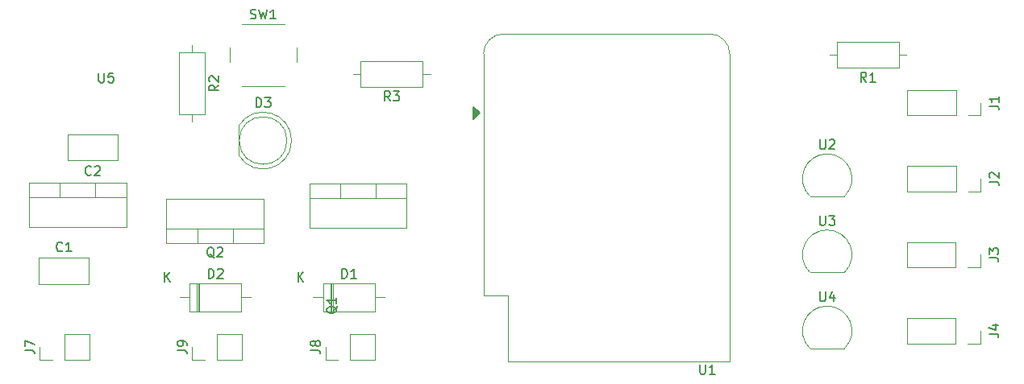
<source format=gbr>
%TF.GenerationSoftware,KiCad,Pcbnew,8.0.1*%
%TF.CreationDate,2024-03-28T20:51:12+01:00*%
%TF.ProjectId,espVent,65737056-656e-4742-9e6b-696361645f70,rev?*%
%TF.SameCoordinates,Original*%
%TF.FileFunction,Legend,Top*%
%TF.FilePolarity,Positive*%
%FSLAX46Y46*%
G04 Gerber Fmt 4.6, Leading zero omitted, Abs format (unit mm)*
G04 Created by KiCad (PCBNEW 8.0.1) date 2024-03-28 20:51:12*
%MOMM*%
%LPD*%
G01*
G04 APERTURE LIST*
%ADD10C,0.150000*%
%ADD11C,0.120000*%
G04 APERTURE END LIST*
D10*
X111833333Y-66824819D02*
X111500000Y-66348628D01*
X111261905Y-66824819D02*
X111261905Y-65824819D01*
X111261905Y-65824819D02*
X111642857Y-65824819D01*
X111642857Y-65824819D02*
X111738095Y-65872438D01*
X111738095Y-65872438D02*
X111785714Y-65920057D01*
X111785714Y-65920057D02*
X111833333Y-66015295D01*
X111833333Y-66015295D02*
X111833333Y-66158152D01*
X111833333Y-66158152D02*
X111785714Y-66253390D01*
X111785714Y-66253390D02*
X111738095Y-66301009D01*
X111738095Y-66301009D02*
X111642857Y-66348628D01*
X111642857Y-66348628D02*
X111261905Y-66348628D01*
X112166667Y-65824819D02*
X112785714Y-65824819D01*
X112785714Y-65824819D02*
X112452381Y-66205771D01*
X112452381Y-66205771D02*
X112595238Y-66205771D01*
X112595238Y-66205771D02*
X112690476Y-66253390D01*
X112690476Y-66253390D02*
X112738095Y-66301009D01*
X112738095Y-66301009D02*
X112785714Y-66396247D01*
X112785714Y-66396247D02*
X112785714Y-66634342D01*
X112785714Y-66634342D02*
X112738095Y-66729580D01*
X112738095Y-66729580D02*
X112690476Y-66777200D01*
X112690476Y-66777200D02*
X112595238Y-66824819D01*
X112595238Y-66824819D02*
X112309524Y-66824819D01*
X112309524Y-66824819D02*
X112214286Y-66777200D01*
X112214286Y-66777200D02*
X112166667Y-66729580D01*
X97756905Y-67494819D02*
X97756905Y-66494819D01*
X97756905Y-66494819D02*
X97995000Y-66494819D01*
X97995000Y-66494819D02*
X98137857Y-66542438D01*
X98137857Y-66542438D02*
X98233095Y-66637676D01*
X98233095Y-66637676D02*
X98280714Y-66732914D01*
X98280714Y-66732914D02*
X98328333Y-66923390D01*
X98328333Y-66923390D02*
X98328333Y-67066247D01*
X98328333Y-67066247D02*
X98280714Y-67256723D01*
X98280714Y-67256723D02*
X98233095Y-67351961D01*
X98233095Y-67351961D02*
X98137857Y-67447200D01*
X98137857Y-67447200D02*
X97995000Y-67494819D01*
X97995000Y-67494819D02*
X97756905Y-67494819D01*
X98661667Y-66494819D02*
X99280714Y-66494819D01*
X99280714Y-66494819D02*
X98947381Y-66875771D01*
X98947381Y-66875771D02*
X99090238Y-66875771D01*
X99090238Y-66875771D02*
X99185476Y-66923390D01*
X99185476Y-66923390D02*
X99233095Y-66971009D01*
X99233095Y-66971009D02*
X99280714Y-67066247D01*
X99280714Y-67066247D02*
X99280714Y-67304342D01*
X99280714Y-67304342D02*
X99233095Y-67399580D01*
X99233095Y-67399580D02*
X99185476Y-67447200D01*
X99185476Y-67447200D02*
X99090238Y-67494819D01*
X99090238Y-67494819D02*
X98804524Y-67494819D01*
X98804524Y-67494819D02*
X98709286Y-67447200D01*
X98709286Y-67447200D02*
X98661667Y-67399580D01*
X89504819Y-93045833D02*
X90219104Y-93045833D01*
X90219104Y-93045833D02*
X90361961Y-93093452D01*
X90361961Y-93093452D02*
X90457200Y-93188690D01*
X90457200Y-93188690D02*
X90504819Y-93331547D01*
X90504819Y-93331547D02*
X90504819Y-93426785D01*
X90504819Y-92522023D02*
X90504819Y-92331547D01*
X90504819Y-92331547D02*
X90457200Y-92236309D01*
X90457200Y-92236309D02*
X90409580Y-92188690D01*
X90409580Y-92188690D02*
X90266723Y-92093452D01*
X90266723Y-92093452D02*
X90076247Y-92045833D01*
X90076247Y-92045833D02*
X89695295Y-92045833D01*
X89695295Y-92045833D02*
X89600057Y-92093452D01*
X89600057Y-92093452D02*
X89552438Y-92141071D01*
X89552438Y-92141071D02*
X89504819Y-92236309D01*
X89504819Y-92236309D02*
X89504819Y-92426785D01*
X89504819Y-92426785D02*
X89552438Y-92522023D01*
X89552438Y-92522023D02*
X89600057Y-92569642D01*
X89600057Y-92569642D02*
X89695295Y-92617261D01*
X89695295Y-92617261D02*
X89933390Y-92617261D01*
X89933390Y-92617261D02*
X90028628Y-92569642D01*
X90028628Y-92569642D02*
X90076247Y-92522023D01*
X90076247Y-92522023D02*
X90123866Y-92426785D01*
X90123866Y-92426785D02*
X90123866Y-92236309D01*
X90123866Y-92236309D02*
X90076247Y-92141071D01*
X90076247Y-92141071D02*
X90028628Y-92093452D01*
X90028628Y-92093452D02*
X89933390Y-92045833D01*
X174724819Y-91333333D02*
X175439104Y-91333333D01*
X175439104Y-91333333D02*
X175581961Y-91380952D01*
X175581961Y-91380952D02*
X175677200Y-91476190D01*
X175677200Y-91476190D02*
X175724819Y-91619047D01*
X175724819Y-91619047D02*
X175724819Y-91714285D01*
X175058152Y-90428571D02*
X175724819Y-90428571D01*
X174677200Y-90666666D02*
X175391485Y-90904761D01*
X175391485Y-90904761D02*
X175391485Y-90285714D01*
X92761905Y-85484819D02*
X92761905Y-84484819D01*
X92761905Y-84484819D02*
X93000000Y-84484819D01*
X93000000Y-84484819D02*
X93142857Y-84532438D01*
X93142857Y-84532438D02*
X93238095Y-84627676D01*
X93238095Y-84627676D02*
X93285714Y-84722914D01*
X93285714Y-84722914D02*
X93333333Y-84913390D01*
X93333333Y-84913390D02*
X93333333Y-85056247D01*
X93333333Y-85056247D02*
X93285714Y-85246723D01*
X93285714Y-85246723D02*
X93238095Y-85341961D01*
X93238095Y-85341961D02*
X93142857Y-85437200D01*
X93142857Y-85437200D02*
X93000000Y-85484819D01*
X93000000Y-85484819D02*
X92761905Y-85484819D01*
X93714286Y-84580057D02*
X93761905Y-84532438D01*
X93761905Y-84532438D02*
X93857143Y-84484819D01*
X93857143Y-84484819D02*
X94095238Y-84484819D01*
X94095238Y-84484819D02*
X94190476Y-84532438D01*
X94190476Y-84532438D02*
X94238095Y-84580057D01*
X94238095Y-84580057D02*
X94285714Y-84675295D01*
X94285714Y-84675295D02*
X94285714Y-84770533D01*
X94285714Y-84770533D02*
X94238095Y-84913390D01*
X94238095Y-84913390D02*
X93666667Y-85484819D01*
X93666667Y-85484819D02*
X94285714Y-85484819D01*
X88158095Y-85854819D02*
X88158095Y-84854819D01*
X88729523Y-85854819D02*
X88300952Y-85283390D01*
X88729523Y-84854819D02*
X88158095Y-85426247D01*
X93824819Y-65166666D02*
X93348628Y-65499999D01*
X93824819Y-65738094D02*
X92824819Y-65738094D01*
X92824819Y-65738094D02*
X92824819Y-65357142D01*
X92824819Y-65357142D02*
X92872438Y-65261904D01*
X92872438Y-65261904D02*
X92920057Y-65214285D01*
X92920057Y-65214285D02*
X93015295Y-65166666D01*
X93015295Y-65166666D02*
X93158152Y-65166666D01*
X93158152Y-65166666D02*
X93253390Y-65214285D01*
X93253390Y-65214285D02*
X93301009Y-65261904D01*
X93301009Y-65261904D02*
X93348628Y-65357142D01*
X93348628Y-65357142D02*
X93348628Y-65738094D01*
X92920057Y-64785713D02*
X92872438Y-64738094D01*
X92872438Y-64738094D02*
X92824819Y-64642856D01*
X92824819Y-64642856D02*
X92824819Y-64404761D01*
X92824819Y-64404761D02*
X92872438Y-64309523D01*
X92872438Y-64309523D02*
X92920057Y-64261904D01*
X92920057Y-64261904D02*
X93015295Y-64214285D01*
X93015295Y-64214285D02*
X93110533Y-64214285D01*
X93110533Y-64214285D02*
X93253390Y-64261904D01*
X93253390Y-64261904D02*
X93824819Y-64833332D01*
X93824819Y-64833332D02*
X93824819Y-64214285D01*
X77423333Y-82572080D02*
X77375714Y-82619700D01*
X77375714Y-82619700D02*
X77232857Y-82667319D01*
X77232857Y-82667319D02*
X77137619Y-82667319D01*
X77137619Y-82667319D02*
X76994762Y-82619700D01*
X76994762Y-82619700D02*
X76899524Y-82524461D01*
X76899524Y-82524461D02*
X76851905Y-82429223D01*
X76851905Y-82429223D02*
X76804286Y-82238747D01*
X76804286Y-82238747D02*
X76804286Y-82095890D01*
X76804286Y-82095890D02*
X76851905Y-81905414D01*
X76851905Y-81905414D02*
X76899524Y-81810176D01*
X76899524Y-81810176D02*
X76994762Y-81714938D01*
X76994762Y-81714938D02*
X77137619Y-81667319D01*
X77137619Y-81667319D02*
X77232857Y-81667319D01*
X77232857Y-81667319D02*
X77375714Y-81714938D01*
X77375714Y-81714938D02*
X77423333Y-81762557D01*
X78375714Y-82667319D02*
X77804286Y-82667319D01*
X78090000Y-82667319D02*
X78090000Y-81667319D01*
X78090000Y-81667319D02*
X77994762Y-81810176D01*
X77994762Y-81810176D02*
X77899524Y-81905414D01*
X77899524Y-81905414D02*
X77804286Y-81953033D01*
X106280057Y-88427738D02*
X106232438Y-88522976D01*
X106232438Y-88522976D02*
X106137200Y-88618214D01*
X106137200Y-88618214D02*
X105994342Y-88761071D01*
X105994342Y-88761071D02*
X105946723Y-88856309D01*
X105946723Y-88856309D02*
X105946723Y-88951547D01*
X106184819Y-88903928D02*
X106137200Y-88999166D01*
X106137200Y-88999166D02*
X106041961Y-89094404D01*
X106041961Y-89094404D02*
X105851485Y-89142023D01*
X105851485Y-89142023D02*
X105518152Y-89142023D01*
X105518152Y-89142023D02*
X105327676Y-89094404D01*
X105327676Y-89094404D02*
X105232438Y-88999166D01*
X105232438Y-88999166D02*
X105184819Y-88903928D01*
X105184819Y-88903928D02*
X105184819Y-88713452D01*
X105184819Y-88713452D02*
X105232438Y-88618214D01*
X105232438Y-88618214D02*
X105327676Y-88522976D01*
X105327676Y-88522976D02*
X105518152Y-88475357D01*
X105518152Y-88475357D02*
X105851485Y-88475357D01*
X105851485Y-88475357D02*
X106041961Y-88522976D01*
X106041961Y-88522976D02*
X106137200Y-88618214D01*
X106137200Y-88618214D02*
X106184819Y-88713452D01*
X106184819Y-88713452D02*
X106184819Y-88903928D01*
X106184819Y-87522976D02*
X106184819Y-88094404D01*
X106184819Y-87808690D02*
X105184819Y-87808690D01*
X105184819Y-87808690D02*
X105327676Y-87903928D01*
X105327676Y-87903928D02*
X105422914Y-87999166D01*
X105422914Y-87999166D02*
X105470533Y-88094404D01*
X106761905Y-85484819D02*
X106761905Y-84484819D01*
X106761905Y-84484819D02*
X107000000Y-84484819D01*
X107000000Y-84484819D02*
X107142857Y-84532438D01*
X107142857Y-84532438D02*
X107238095Y-84627676D01*
X107238095Y-84627676D02*
X107285714Y-84722914D01*
X107285714Y-84722914D02*
X107333333Y-84913390D01*
X107333333Y-84913390D02*
X107333333Y-85056247D01*
X107333333Y-85056247D02*
X107285714Y-85246723D01*
X107285714Y-85246723D02*
X107238095Y-85341961D01*
X107238095Y-85341961D02*
X107142857Y-85437200D01*
X107142857Y-85437200D02*
X107000000Y-85484819D01*
X107000000Y-85484819D02*
X106761905Y-85484819D01*
X108285714Y-85484819D02*
X107714286Y-85484819D01*
X108000000Y-85484819D02*
X108000000Y-84484819D01*
X108000000Y-84484819D02*
X107904762Y-84627676D01*
X107904762Y-84627676D02*
X107809524Y-84722914D01*
X107809524Y-84722914D02*
X107714286Y-84770533D01*
X102158095Y-85854819D02*
X102158095Y-84854819D01*
X102729523Y-85854819D02*
X102300952Y-85283390D01*
X102729523Y-84854819D02*
X102158095Y-85426247D01*
X103504819Y-93045833D02*
X104219104Y-93045833D01*
X104219104Y-93045833D02*
X104361961Y-93093452D01*
X104361961Y-93093452D02*
X104457200Y-93188690D01*
X104457200Y-93188690D02*
X104504819Y-93331547D01*
X104504819Y-93331547D02*
X104504819Y-93426785D01*
X103933390Y-92426785D02*
X103885771Y-92522023D01*
X103885771Y-92522023D02*
X103838152Y-92569642D01*
X103838152Y-92569642D02*
X103742914Y-92617261D01*
X103742914Y-92617261D02*
X103695295Y-92617261D01*
X103695295Y-92617261D02*
X103600057Y-92569642D01*
X103600057Y-92569642D02*
X103552438Y-92522023D01*
X103552438Y-92522023D02*
X103504819Y-92426785D01*
X103504819Y-92426785D02*
X103504819Y-92236309D01*
X103504819Y-92236309D02*
X103552438Y-92141071D01*
X103552438Y-92141071D02*
X103600057Y-92093452D01*
X103600057Y-92093452D02*
X103695295Y-92045833D01*
X103695295Y-92045833D02*
X103742914Y-92045833D01*
X103742914Y-92045833D02*
X103838152Y-92093452D01*
X103838152Y-92093452D02*
X103885771Y-92141071D01*
X103885771Y-92141071D02*
X103933390Y-92236309D01*
X103933390Y-92236309D02*
X103933390Y-92426785D01*
X103933390Y-92426785D02*
X103981009Y-92522023D01*
X103981009Y-92522023D02*
X104028628Y-92569642D01*
X104028628Y-92569642D02*
X104123866Y-92617261D01*
X104123866Y-92617261D02*
X104314342Y-92617261D01*
X104314342Y-92617261D02*
X104409580Y-92569642D01*
X104409580Y-92569642D02*
X104457200Y-92522023D01*
X104457200Y-92522023D02*
X104504819Y-92426785D01*
X104504819Y-92426785D02*
X104504819Y-92236309D01*
X104504819Y-92236309D02*
X104457200Y-92141071D01*
X104457200Y-92141071D02*
X104409580Y-92093452D01*
X104409580Y-92093452D02*
X104314342Y-92045833D01*
X104314342Y-92045833D02*
X104123866Y-92045833D01*
X104123866Y-92045833D02*
X104028628Y-92093452D01*
X104028628Y-92093452D02*
X103981009Y-92141071D01*
X103981009Y-92141071D02*
X103933390Y-92236309D01*
X73504819Y-93045833D02*
X74219104Y-93045833D01*
X74219104Y-93045833D02*
X74361961Y-93093452D01*
X74361961Y-93093452D02*
X74457200Y-93188690D01*
X74457200Y-93188690D02*
X74504819Y-93331547D01*
X74504819Y-93331547D02*
X74504819Y-93426785D01*
X73504819Y-92664880D02*
X73504819Y-91998214D01*
X73504819Y-91998214D02*
X74504819Y-92426785D01*
X156968095Y-86894819D02*
X156968095Y-87704342D01*
X156968095Y-87704342D02*
X157015714Y-87799580D01*
X157015714Y-87799580D02*
X157063333Y-87847200D01*
X157063333Y-87847200D02*
X157158571Y-87894819D01*
X157158571Y-87894819D02*
X157349047Y-87894819D01*
X157349047Y-87894819D02*
X157444285Y-87847200D01*
X157444285Y-87847200D02*
X157491904Y-87799580D01*
X157491904Y-87799580D02*
X157539523Y-87704342D01*
X157539523Y-87704342D02*
X157539523Y-86894819D01*
X158444285Y-87228152D02*
X158444285Y-87894819D01*
X158206190Y-86847200D02*
X157968095Y-87561485D01*
X157968095Y-87561485D02*
X158587142Y-87561485D01*
X144378095Y-94564819D02*
X144378095Y-95374342D01*
X144378095Y-95374342D02*
X144425714Y-95469580D01*
X144425714Y-95469580D02*
X144473333Y-95517200D01*
X144473333Y-95517200D02*
X144568571Y-95564819D01*
X144568571Y-95564819D02*
X144759047Y-95564819D01*
X144759047Y-95564819D02*
X144854285Y-95517200D01*
X144854285Y-95517200D02*
X144901904Y-95469580D01*
X144901904Y-95469580D02*
X144949523Y-95374342D01*
X144949523Y-95374342D02*
X144949523Y-94564819D01*
X145949523Y-95564819D02*
X145378095Y-95564819D01*
X145663809Y-95564819D02*
X145663809Y-94564819D01*
X145663809Y-94564819D02*
X145568571Y-94707676D01*
X145568571Y-94707676D02*
X145473333Y-94802914D01*
X145473333Y-94802914D02*
X145378095Y-94850533D01*
X174749819Y-67358333D02*
X175464104Y-67358333D01*
X175464104Y-67358333D02*
X175606961Y-67405952D01*
X175606961Y-67405952D02*
X175702200Y-67501190D01*
X175702200Y-67501190D02*
X175749819Y-67644047D01*
X175749819Y-67644047D02*
X175749819Y-67739285D01*
X175749819Y-66358333D02*
X175749819Y-66929761D01*
X175749819Y-66644047D02*
X174749819Y-66644047D01*
X174749819Y-66644047D02*
X174892676Y-66739285D01*
X174892676Y-66739285D02*
X174987914Y-66834523D01*
X174987914Y-66834523D02*
X175035533Y-66929761D01*
X97166667Y-58157200D02*
X97309524Y-58204819D01*
X97309524Y-58204819D02*
X97547619Y-58204819D01*
X97547619Y-58204819D02*
X97642857Y-58157200D01*
X97642857Y-58157200D02*
X97690476Y-58109580D01*
X97690476Y-58109580D02*
X97738095Y-58014342D01*
X97738095Y-58014342D02*
X97738095Y-57919104D01*
X97738095Y-57919104D02*
X97690476Y-57823866D01*
X97690476Y-57823866D02*
X97642857Y-57776247D01*
X97642857Y-57776247D02*
X97547619Y-57728628D01*
X97547619Y-57728628D02*
X97357143Y-57681009D01*
X97357143Y-57681009D02*
X97261905Y-57633390D01*
X97261905Y-57633390D02*
X97214286Y-57585771D01*
X97214286Y-57585771D02*
X97166667Y-57490533D01*
X97166667Y-57490533D02*
X97166667Y-57395295D01*
X97166667Y-57395295D02*
X97214286Y-57300057D01*
X97214286Y-57300057D02*
X97261905Y-57252438D01*
X97261905Y-57252438D02*
X97357143Y-57204819D01*
X97357143Y-57204819D02*
X97595238Y-57204819D01*
X97595238Y-57204819D02*
X97738095Y-57252438D01*
X98071429Y-57204819D02*
X98309524Y-58204819D01*
X98309524Y-58204819D02*
X98500000Y-57490533D01*
X98500000Y-57490533D02*
X98690476Y-58204819D01*
X98690476Y-58204819D02*
X98928572Y-57204819D01*
X99833333Y-58204819D02*
X99261905Y-58204819D01*
X99547619Y-58204819D02*
X99547619Y-57204819D01*
X99547619Y-57204819D02*
X99452381Y-57347676D01*
X99452381Y-57347676D02*
X99357143Y-57442914D01*
X99357143Y-57442914D02*
X99261905Y-57490533D01*
X174749819Y-75333333D02*
X175464104Y-75333333D01*
X175464104Y-75333333D02*
X175606961Y-75380952D01*
X175606961Y-75380952D02*
X175702200Y-75476190D01*
X175702200Y-75476190D02*
X175749819Y-75619047D01*
X175749819Y-75619047D02*
X175749819Y-75714285D01*
X174845057Y-74904761D02*
X174797438Y-74857142D01*
X174797438Y-74857142D02*
X174749819Y-74761904D01*
X174749819Y-74761904D02*
X174749819Y-74523809D01*
X174749819Y-74523809D02*
X174797438Y-74428571D01*
X174797438Y-74428571D02*
X174845057Y-74380952D01*
X174845057Y-74380952D02*
X174940295Y-74333333D01*
X174940295Y-74333333D02*
X175035533Y-74333333D01*
X175035533Y-74333333D02*
X175178390Y-74380952D01*
X175178390Y-74380952D02*
X175749819Y-74952380D01*
X175749819Y-74952380D02*
X175749819Y-74333333D01*
X156968095Y-70894819D02*
X156968095Y-71704342D01*
X156968095Y-71704342D02*
X157015714Y-71799580D01*
X157015714Y-71799580D02*
X157063333Y-71847200D01*
X157063333Y-71847200D02*
X157158571Y-71894819D01*
X157158571Y-71894819D02*
X157349047Y-71894819D01*
X157349047Y-71894819D02*
X157444285Y-71847200D01*
X157444285Y-71847200D02*
X157491904Y-71799580D01*
X157491904Y-71799580D02*
X157539523Y-71704342D01*
X157539523Y-71704342D02*
X157539523Y-70894819D01*
X157968095Y-70990057D02*
X158015714Y-70942438D01*
X158015714Y-70942438D02*
X158110952Y-70894819D01*
X158110952Y-70894819D02*
X158349047Y-70894819D01*
X158349047Y-70894819D02*
X158444285Y-70942438D01*
X158444285Y-70942438D02*
X158491904Y-70990057D01*
X158491904Y-70990057D02*
X158539523Y-71085295D01*
X158539523Y-71085295D02*
X158539523Y-71180533D01*
X158539523Y-71180533D02*
X158491904Y-71323390D01*
X158491904Y-71323390D02*
X157920476Y-71894819D01*
X157920476Y-71894819D02*
X158539523Y-71894819D01*
X156968095Y-78894819D02*
X156968095Y-79704342D01*
X156968095Y-79704342D02*
X157015714Y-79799580D01*
X157015714Y-79799580D02*
X157063333Y-79847200D01*
X157063333Y-79847200D02*
X157158571Y-79894819D01*
X157158571Y-79894819D02*
X157349047Y-79894819D01*
X157349047Y-79894819D02*
X157444285Y-79847200D01*
X157444285Y-79847200D02*
X157491904Y-79799580D01*
X157491904Y-79799580D02*
X157539523Y-79704342D01*
X157539523Y-79704342D02*
X157539523Y-78894819D01*
X157920476Y-78894819D02*
X158539523Y-78894819D01*
X158539523Y-78894819D02*
X158206190Y-79275771D01*
X158206190Y-79275771D02*
X158349047Y-79275771D01*
X158349047Y-79275771D02*
X158444285Y-79323390D01*
X158444285Y-79323390D02*
X158491904Y-79371009D01*
X158491904Y-79371009D02*
X158539523Y-79466247D01*
X158539523Y-79466247D02*
X158539523Y-79704342D01*
X158539523Y-79704342D02*
X158491904Y-79799580D01*
X158491904Y-79799580D02*
X158444285Y-79847200D01*
X158444285Y-79847200D02*
X158349047Y-79894819D01*
X158349047Y-79894819D02*
X158063333Y-79894819D01*
X158063333Y-79894819D02*
X157968095Y-79847200D01*
X157968095Y-79847200D02*
X157920476Y-79799580D01*
X161833333Y-64824819D02*
X161500000Y-64348628D01*
X161261905Y-64824819D02*
X161261905Y-63824819D01*
X161261905Y-63824819D02*
X161642857Y-63824819D01*
X161642857Y-63824819D02*
X161738095Y-63872438D01*
X161738095Y-63872438D02*
X161785714Y-63920057D01*
X161785714Y-63920057D02*
X161833333Y-64015295D01*
X161833333Y-64015295D02*
X161833333Y-64158152D01*
X161833333Y-64158152D02*
X161785714Y-64253390D01*
X161785714Y-64253390D02*
X161738095Y-64301009D01*
X161738095Y-64301009D02*
X161642857Y-64348628D01*
X161642857Y-64348628D02*
X161261905Y-64348628D01*
X162785714Y-64824819D02*
X162214286Y-64824819D01*
X162500000Y-64824819D02*
X162500000Y-63824819D01*
X162500000Y-63824819D02*
X162404762Y-63967676D01*
X162404762Y-63967676D02*
X162309524Y-64062914D01*
X162309524Y-64062914D02*
X162214286Y-64110533D01*
X81238095Y-63897319D02*
X81238095Y-64706842D01*
X81238095Y-64706842D02*
X81285714Y-64802080D01*
X81285714Y-64802080D02*
X81333333Y-64849700D01*
X81333333Y-64849700D02*
X81428571Y-64897319D01*
X81428571Y-64897319D02*
X81619047Y-64897319D01*
X81619047Y-64897319D02*
X81714285Y-64849700D01*
X81714285Y-64849700D02*
X81761904Y-64802080D01*
X81761904Y-64802080D02*
X81809523Y-64706842D01*
X81809523Y-64706842D02*
X81809523Y-63897319D01*
X82761904Y-63897319D02*
X82285714Y-63897319D01*
X82285714Y-63897319D02*
X82238095Y-64373509D01*
X82238095Y-64373509D02*
X82285714Y-64325890D01*
X82285714Y-64325890D02*
X82380952Y-64278271D01*
X82380952Y-64278271D02*
X82619047Y-64278271D01*
X82619047Y-64278271D02*
X82714285Y-64325890D01*
X82714285Y-64325890D02*
X82761904Y-64373509D01*
X82761904Y-64373509D02*
X82809523Y-64468747D01*
X82809523Y-64468747D02*
X82809523Y-64706842D01*
X82809523Y-64706842D02*
X82761904Y-64802080D01*
X82761904Y-64802080D02*
X82714285Y-64849700D01*
X82714285Y-64849700D02*
X82619047Y-64897319D01*
X82619047Y-64897319D02*
X82380952Y-64897319D01*
X82380952Y-64897319D02*
X82285714Y-64849700D01*
X82285714Y-64849700D02*
X82238095Y-64802080D01*
X93364761Y-83320057D02*
X93269523Y-83272438D01*
X93269523Y-83272438D02*
X93174285Y-83177200D01*
X93174285Y-83177200D02*
X93031428Y-83034342D01*
X93031428Y-83034342D02*
X92936190Y-82986723D01*
X92936190Y-82986723D02*
X92840952Y-82986723D01*
X92888571Y-83224819D02*
X92793333Y-83177200D01*
X92793333Y-83177200D02*
X92698095Y-83081961D01*
X92698095Y-83081961D02*
X92650476Y-82891485D01*
X92650476Y-82891485D02*
X92650476Y-82558152D01*
X92650476Y-82558152D02*
X92698095Y-82367676D01*
X92698095Y-82367676D02*
X92793333Y-82272438D01*
X92793333Y-82272438D02*
X92888571Y-82224819D01*
X92888571Y-82224819D02*
X93079047Y-82224819D01*
X93079047Y-82224819D02*
X93174285Y-82272438D01*
X93174285Y-82272438D02*
X93269523Y-82367676D01*
X93269523Y-82367676D02*
X93317142Y-82558152D01*
X93317142Y-82558152D02*
X93317142Y-82891485D01*
X93317142Y-82891485D02*
X93269523Y-83081961D01*
X93269523Y-83081961D02*
X93174285Y-83177200D01*
X93174285Y-83177200D02*
X93079047Y-83224819D01*
X93079047Y-83224819D02*
X92888571Y-83224819D01*
X93698095Y-82320057D02*
X93745714Y-82272438D01*
X93745714Y-82272438D02*
X93840952Y-82224819D01*
X93840952Y-82224819D02*
X94079047Y-82224819D01*
X94079047Y-82224819D02*
X94174285Y-82272438D01*
X94174285Y-82272438D02*
X94221904Y-82320057D01*
X94221904Y-82320057D02*
X94269523Y-82415295D01*
X94269523Y-82415295D02*
X94269523Y-82510533D01*
X94269523Y-82510533D02*
X94221904Y-82653390D01*
X94221904Y-82653390D02*
X93650476Y-83224819D01*
X93650476Y-83224819D02*
X94269523Y-83224819D01*
X80423333Y-74572080D02*
X80375714Y-74619700D01*
X80375714Y-74619700D02*
X80232857Y-74667319D01*
X80232857Y-74667319D02*
X80137619Y-74667319D01*
X80137619Y-74667319D02*
X79994762Y-74619700D01*
X79994762Y-74619700D02*
X79899524Y-74524461D01*
X79899524Y-74524461D02*
X79851905Y-74429223D01*
X79851905Y-74429223D02*
X79804286Y-74238747D01*
X79804286Y-74238747D02*
X79804286Y-74095890D01*
X79804286Y-74095890D02*
X79851905Y-73905414D01*
X79851905Y-73905414D02*
X79899524Y-73810176D01*
X79899524Y-73810176D02*
X79994762Y-73714938D01*
X79994762Y-73714938D02*
X80137619Y-73667319D01*
X80137619Y-73667319D02*
X80232857Y-73667319D01*
X80232857Y-73667319D02*
X80375714Y-73714938D01*
X80375714Y-73714938D02*
X80423333Y-73762557D01*
X80804286Y-73762557D02*
X80851905Y-73714938D01*
X80851905Y-73714938D02*
X80947143Y-73667319D01*
X80947143Y-73667319D02*
X81185238Y-73667319D01*
X81185238Y-73667319D02*
X81280476Y-73714938D01*
X81280476Y-73714938D02*
X81328095Y-73762557D01*
X81328095Y-73762557D02*
X81375714Y-73857795D01*
X81375714Y-73857795D02*
X81375714Y-73953033D01*
X81375714Y-73953033D02*
X81328095Y-74095890D01*
X81328095Y-74095890D02*
X80756667Y-74667319D01*
X80756667Y-74667319D02*
X81375714Y-74667319D01*
X174724819Y-83333333D02*
X175439104Y-83333333D01*
X175439104Y-83333333D02*
X175581961Y-83380952D01*
X175581961Y-83380952D02*
X175677200Y-83476190D01*
X175677200Y-83476190D02*
X175724819Y-83619047D01*
X175724819Y-83619047D02*
X175724819Y-83714285D01*
X174724819Y-82952380D02*
X174724819Y-82333333D01*
X174724819Y-82333333D02*
X175105771Y-82666666D01*
X175105771Y-82666666D02*
X175105771Y-82523809D01*
X175105771Y-82523809D02*
X175153390Y-82428571D01*
X175153390Y-82428571D02*
X175201009Y-82380952D01*
X175201009Y-82380952D02*
X175296247Y-82333333D01*
X175296247Y-82333333D02*
X175534342Y-82333333D01*
X175534342Y-82333333D02*
X175629580Y-82380952D01*
X175629580Y-82380952D02*
X175677200Y-82428571D01*
X175677200Y-82428571D02*
X175724819Y-82523809D01*
X175724819Y-82523809D02*
X175724819Y-82809523D01*
X175724819Y-82809523D02*
X175677200Y-82904761D01*
X175677200Y-82904761D02*
X175629580Y-82952380D01*
D11*
%TO.C,R3*%
X116040000Y-64000000D02*
X115270000Y-64000000D01*
X115270000Y-65370000D02*
X115270000Y-62630000D01*
X115270000Y-62630000D02*
X108730000Y-62630000D01*
X108730000Y-65370000D02*
X115270000Y-65370000D01*
X108730000Y-62630000D02*
X108730000Y-65370000D01*
X107960000Y-64000000D02*
X108730000Y-64000000D01*
%TO.C,D3*%
X95935000Y-69455000D02*
X95935000Y-72545000D01*
X95935001Y-69455170D02*
G75*
G02*
X101484999Y-71000462I2559999J-1544830D01*
G01*
X101485000Y-70999538D02*
G75*
G02*
X95935000Y-72544830I-2990000J-462D01*
G01*
X100995000Y-71000000D02*
G75*
G02*
X95995000Y-71000000I-2500000J0D01*
G01*
X95995000Y-71000000D02*
G75*
G02*
X100995000Y-71000000I2500000J0D01*
G01*
%TO.C,J9*%
X91050000Y-94042500D02*
X91050000Y-92712500D01*
X92380000Y-94042500D02*
X91050000Y-94042500D01*
X93650000Y-91382500D02*
X96250000Y-91382500D01*
X93650000Y-94042500D02*
X93650000Y-91382500D01*
X93650000Y-94042500D02*
X96250000Y-94042500D01*
X96250000Y-94042500D02*
X96250000Y-91382500D01*
%TO.C,J4*%
X166090000Y-89670000D02*
X166090000Y-92330000D01*
X171230000Y-89670000D02*
X166090000Y-89670000D01*
X171230000Y-89670000D02*
X171230000Y-92330000D01*
X171230000Y-92330000D02*
X166090000Y-92330000D01*
X173830000Y-91000000D02*
X173830000Y-92330000D01*
X173830000Y-92330000D02*
X172500000Y-92330000D01*
%TO.C,D2*%
X89760000Y-87500000D02*
X90780000Y-87500000D01*
X90780000Y-86030000D02*
X90780000Y-88970000D01*
X90780000Y-88970000D02*
X96220000Y-88970000D01*
X91560000Y-86030000D02*
X91560000Y-88970000D01*
X91680000Y-86030000D02*
X91680000Y-88970000D01*
X91800000Y-86030000D02*
X91800000Y-88970000D01*
X96220000Y-86030000D02*
X90780000Y-86030000D01*
X96220000Y-88970000D02*
X96220000Y-86030000D01*
X97240000Y-87500000D02*
X96220000Y-87500000D01*
%TO.C,R2*%
X89630000Y-61730000D02*
X89630000Y-68270000D01*
X89630000Y-68270000D02*
X92370000Y-68270000D01*
X91000000Y-60960000D02*
X91000000Y-61730000D01*
X91000000Y-69040000D02*
X91000000Y-68270000D01*
X92370000Y-61730000D02*
X89630000Y-61730000D01*
X92370000Y-68270000D02*
X92370000Y-61730000D01*
%TO.C,C1*%
X74970000Y-83342500D02*
X74970000Y-86082500D01*
X74970000Y-83342500D02*
X80210000Y-83342500D01*
X74970000Y-86082500D02*
X80210000Y-86082500D01*
X80210000Y-83342500D02*
X80210000Y-86082500D01*
%TO.C,Q1*%
X103340000Y-75522500D02*
X103340000Y-80163500D01*
X103340000Y-75522500D02*
X113580000Y-75522500D01*
X103340000Y-77032500D02*
X113580000Y-77032500D01*
X103340000Y-80163500D02*
X113580000Y-80163500D01*
X106610000Y-75522500D02*
X106610000Y-77032500D01*
X110311000Y-75522500D02*
X110311000Y-77032500D01*
X113580000Y-75522500D02*
X113580000Y-80163500D01*
%TO.C,D1*%
X103760000Y-87500000D02*
X104780000Y-87500000D01*
X104780000Y-86030000D02*
X104780000Y-88970000D01*
X104780000Y-88970000D02*
X110220000Y-88970000D01*
X105560000Y-86030000D02*
X105560000Y-88970000D01*
X105680000Y-86030000D02*
X105680000Y-88970000D01*
X105800000Y-86030000D02*
X105800000Y-88970000D01*
X110220000Y-86030000D02*
X104780000Y-86030000D01*
X110220000Y-88970000D02*
X110220000Y-86030000D01*
X111240000Y-87500000D02*
X110220000Y-87500000D01*
%TO.C,J8*%
X105050000Y-94042500D02*
X105050000Y-92712500D01*
X106380000Y-94042500D02*
X105050000Y-94042500D01*
X107650000Y-91382500D02*
X110250000Y-91382500D01*
X107650000Y-94042500D02*
X107650000Y-91382500D01*
X107650000Y-94042500D02*
X110250000Y-94042500D01*
X110250000Y-94042500D02*
X110250000Y-91382500D01*
%TO.C,J7*%
X75050000Y-94042500D02*
X75050000Y-92712500D01*
X76380000Y-94042500D02*
X75050000Y-94042500D01*
X77650000Y-91382500D02*
X80250000Y-91382500D01*
X77650000Y-94042500D02*
X77650000Y-91382500D01*
X77650000Y-94042500D02*
X80250000Y-94042500D01*
X80250000Y-94042500D02*
X80250000Y-91382500D01*
%TO.C,U4*%
X155930000Y-92850000D02*
X159530000Y-92850000D01*
X155891522Y-92838478D02*
G75*
G02*
X157730000Y-88400000I1838478J1838478D01*
G01*
X157730000Y-88400000D02*
G75*
G02*
X159568478Y-92838478I0J-2600000D01*
G01*
%TO.C,U1*%
X121640000Y-87330000D02*
X121640000Y-61900000D01*
X121640000Y-87330000D02*
X124180000Y-87330000D01*
X124180000Y-87330000D02*
X124180000Y-94230000D01*
X124180000Y-94230000D02*
X147500000Y-94230000D01*
X145380000Y-59770000D02*
X123770000Y-59770000D01*
X147500000Y-94230000D02*
X147500000Y-61900000D01*
X121640000Y-61900000D02*
G75*
G02*
X123770000Y-59770000I2130002J-2D01*
G01*
X145370000Y-59770000D02*
G75*
G02*
X147500000Y-61900000I0J-2130000D01*
G01*
D10*
X121235000Y-68110000D02*
X120600000Y-68745000D01*
X120600000Y-67475000D01*
X121235000Y-68110000D01*
G36*
X121235000Y-68110000D02*
G01*
X120600000Y-68745000D01*
X120600000Y-67475000D01*
X121235000Y-68110000D01*
G37*
D11*
%TO.C,J1*%
X166115000Y-65695000D02*
X166115000Y-68355000D01*
X171255000Y-65695000D02*
X166115000Y-65695000D01*
X171255000Y-65695000D02*
X171255000Y-68355000D01*
X171255000Y-68355000D02*
X166115000Y-68355000D01*
X173855000Y-67025000D02*
X173855000Y-68355000D01*
X173855000Y-68355000D02*
X172525000Y-68355000D01*
%TO.C,SW1*%
X95000000Y-61250000D02*
X95000000Y-62750000D01*
X96250000Y-65250000D02*
X100750000Y-65250000D01*
X100750000Y-58750000D02*
X96250000Y-58750000D01*
X102000000Y-62750000D02*
X102000000Y-61250000D01*
%TO.C,J2*%
X166115000Y-73670000D02*
X166115000Y-76330000D01*
X171255000Y-73670000D02*
X166115000Y-73670000D01*
X171255000Y-73670000D02*
X171255000Y-76330000D01*
X171255000Y-76330000D02*
X166115000Y-76330000D01*
X173855000Y-75000000D02*
X173855000Y-76330000D01*
X173855000Y-76330000D02*
X172525000Y-76330000D01*
%TO.C,U2*%
X155930000Y-76850000D02*
X159530000Y-76850000D01*
X155891522Y-76838478D02*
G75*
G02*
X157730000Y-72400000I1838478J1838478D01*
G01*
X157730000Y-72400000D02*
G75*
G02*
X159568478Y-76838478I0J-2600000D01*
G01*
%TO.C,U3*%
X155930000Y-84850000D02*
X159530000Y-84850000D01*
X155891522Y-84838478D02*
G75*
G02*
X157730000Y-80400000I1838478J1838478D01*
G01*
X157730000Y-80400000D02*
G75*
G02*
X159568478Y-84838478I0J-2600000D01*
G01*
%TO.C,R1*%
X157960000Y-62000000D02*
X158730000Y-62000000D01*
X158730000Y-60630000D02*
X158730000Y-63370000D01*
X158730000Y-63370000D02*
X165270000Y-63370000D01*
X165270000Y-60630000D02*
X158730000Y-60630000D01*
X165270000Y-63370000D02*
X165270000Y-60630000D01*
X166040000Y-62000000D02*
X165270000Y-62000000D01*
%TO.C,U5*%
X73880000Y-75442500D02*
X73880000Y-80083500D01*
X73880000Y-75442500D02*
X84120000Y-75442500D01*
X73880000Y-76952500D02*
X84120000Y-76952500D01*
X73880000Y-80083500D02*
X84120000Y-80083500D01*
X77150000Y-75442500D02*
X77150000Y-76952500D01*
X80851000Y-75442500D02*
X80851000Y-76952500D01*
X84120000Y-75442500D02*
X84120000Y-80083500D01*
%TO.C,Q2*%
X88340000Y-81770000D02*
X88340000Y-77129000D01*
X91609000Y-81770000D02*
X91609000Y-80260000D01*
X95310000Y-81770000D02*
X95310000Y-80260000D01*
X98580000Y-77129000D02*
X88340000Y-77129000D01*
X98580000Y-80260000D02*
X88340000Y-80260000D01*
X98580000Y-81770000D02*
X88340000Y-81770000D01*
X98580000Y-81770000D02*
X98580000Y-77129000D01*
%TO.C,C2*%
X77970000Y-73082500D02*
X77970000Y-70342500D01*
X83210000Y-70342500D02*
X77970000Y-70342500D01*
X83210000Y-73082500D02*
X77970000Y-73082500D01*
X83210000Y-73082500D02*
X83210000Y-70342500D01*
%TO.C,J3*%
X166090000Y-81670000D02*
X166090000Y-84330000D01*
X171230000Y-81670000D02*
X166090000Y-81670000D01*
X171230000Y-81670000D02*
X171230000Y-84330000D01*
X171230000Y-84330000D02*
X166090000Y-84330000D01*
X173830000Y-83000000D02*
X173830000Y-84330000D01*
X173830000Y-84330000D02*
X172500000Y-84330000D01*
%TD*%
M02*

</source>
